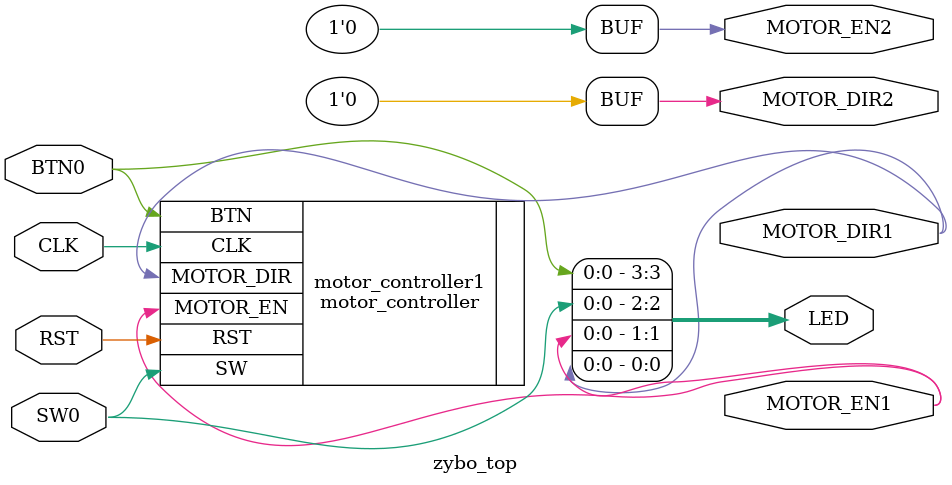
<source format=v>
module zybo_top (

input         CLK,
input         RST,
input         SW0,
input         BTN0,

output [3:0]  LED,
output        MOTOR_DIR1,
output        MOTOR_EN1,
output        MOTOR_DIR2,
output        MOTOR_EN2

);

motor_controller #(.DEAD_TIME(26'd124999999)) motor_controller1 (
  .CLK(CLK),
  .RST(RST),
  .SW(SW0),
  .BTN(BTN0),

  .MOTOR_DIR(MOTOR_DIR1),
  .MOTOR_EN(MOTOR_EN1)
);

assign LED[0] = MOTOR_DIR1;
assign LED[1] = MOTOR_EN1;
assign LED[2] = SW0;
assign LED[3] = BTN0;

assign MOTOR_DIR2 = 1'b0;
assign MOTOR_EN2 = 1'b0;

endmodule

</source>
